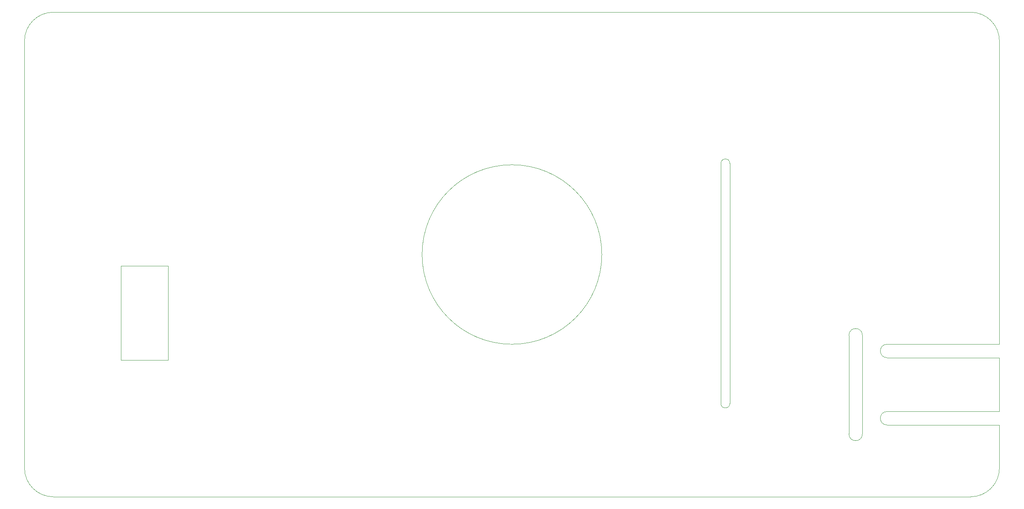
<source format=gbr>
G04 #@! TF.GenerationSoftware,KiCad,Pcbnew,(5.1.9-0-10_14)*
G04 #@! TF.CreationDate,2021-03-25T00:14:59-05:00*
G04 #@! TF.ProjectId,ClimateSprinklerController,436c696d-6174-4655-9370-72696e6b6c65,rev?*
G04 #@! TF.SameCoordinates,Original*
G04 #@! TF.FileFunction,Profile,NP*
%FSLAX46Y46*%
G04 Gerber Fmt 4.6, Leading zero omitted, Abs format (unit mm)*
G04 Created by KiCad (PCBNEW (5.1.9-0-10_14)) date 2021-03-25 00:14:59*
%MOMM*%
%LPD*%
G01*
G04 APERTURE LIST*
G04 #@! TA.AperFunction,Profile*
%ADD10C,0.050000*%
G04 #@! TD*
G04 APERTURE END LIST*
D10*
X63000000Y-92500000D02*
X63000000Y-113500000D01*
X73500000Y-92500000D02*
X63000000Y-92500000D01*
X73500000Y-113500000D02*
X73500000Y-92500000D01*
X63000000Y-113500000D02*
X73500000Y-113500000D01*
X196500000Y-69700000D02*
G75*
G02*
X198500000Y-69700000I1000000J0D01*
G01*
X198500000Y-123200000D02*
G75*
G02*
X196500000Y-123200000I-1000000J0D01*
G01*
X198500000Y-69700000D02*
X198500000Y-123200000D01*
X196500000Y-123200000D02*
X196500000Y-69700000D01*
X233500000Y-113000000D02*
G75*
G02*
X233500000Y-110000000I0J1500000D01*
G01*
X233500000Y-128000000D02*
G75*
G02*
X233500000Y-125000000I0J1500000D01*
G01*
X228000000Y-130000000D02*
G75*
G02*
X225000000Y-130000000I-1500000J0D01*
G01*
X225000000Y-108000000D02*
G75*
G02*
X228000000Y-108000000I1500000J0D01*
G01*
X225000000Y-130000000D02*
X225000000Y-108000000D01*
X228000000Y-108000000D02*
X228000000Y-130000000D01*
X170000000Y-90000000D02*
G75*
G03*
X170000000Y-90000000I-20000000J0D01*
G01*
X258500000Y-110000000D02*
X258500000Y-42399999D01*
X233500000Y-110000000D02*
X258500000Y-110000000D01*
X258500000Y-113000000D02*
X233500000Y-113000000D01*
X258500000Y-125000000D02*
X258500000Y-113000000D01*
X233500000Y-125000000D02*
X258500000Y-125000000D01*
X258500000Y-128000000D02*
X233500000Y-128000000D01*
X258500000Y-137599999D02*
X258500000Y-128000000D01*
X252100000Y-35999999D02*
G75*
G02*
X258500000Y-42399999I0J-6400000D01*
G01*
X47900000Y-35999999D02*
X252100000Y-35999999D01*
X41500000Y-42399999D02*
G75*
G02*
X47900000Y-35999999I6400000J0D01*
G01*
X41500000Y-137599999D02*
X41500000Y-42399999D01*
X47900000Y-143999999D02*
G75*
G02*
X41500000Y-137599999I0J6400000D01*
G01*
X252100000Y-143999999D02*
X47900000Y-143999999D01*
X258500000Y-137599999D02*
G75*
G02*
X252100000Y-143999999I-6400000J0D01*
G01*
M02*

</source>
